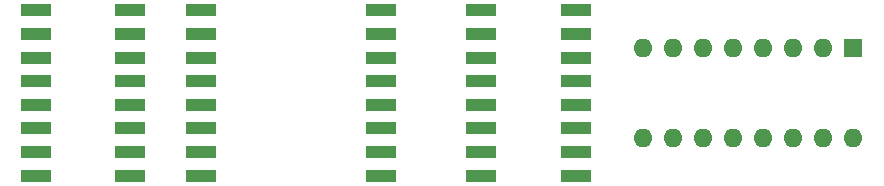
<source format=gbr>
G04 #@! TF.GenerationSoftware,KiCad,Pcbnew,(5.1.5)-3*
G04 #@! TF.CreationDate,2020-02-22T19:18:29-08:00*
G04 #@! TF.ProjectId,ESP07,45535030-372e-46b6-9963-61645f706362,rev?*
G04 #@! TF.SameCoordinates,Original*
G04 #@! TF.FileFunction,Soldermask,Top*
G04 #@! TF.FilePolarity,Negative*
%FSLAX46Y46*%
G04 Gerber Fmt 4.6, Leading zero omitted, Abs format (unit mm)*
G04 Created by KiCad (PCBNEW (5.1.5)-3) date 2020-02-22 19:18:29*
%MOMM*%
%LPD*%
G04 APERTURE LIST*
%ADD10O,1.600000X1.600000*%
%ADD11R,1.600000X1.600000*%
%ADD12R,2.500000X1.000000*%
G04 APERTURE END LIST*
D10*
X200279000Y-104114600D03*
X182499000Y-96494600D03*
X197739000Y-104114600D03*
X185039000Y-96494600D03*
X195199000Y-104114600D03*
X187579000Y-96494600D03*
X192659000Y-104114600D03*
X190119000Y-96494600D03*
X190119000Y-104114600D03*
X192659000Y-96494600D03*
X187579000Y-104114600D03*
X195199000Y-96494600D03*
X185039000Y-104114600D03*
X197739000Y-96494600D03*
X182499000Y-104114600D03*
D11*
X200279000Y-96494600D03*
D12*
X176754000Y-105297000D03*
X176754000Y-107297000D03*
X176754000Y-103297000D03*
X176754000Y-95297000D03*
X176754000Y-93297000D03*
X176754000Y-97297000D03*
X176754000Y-99297000D03*
X176754000Y-101297000D03*
X168754000Y-107297000D03*
X168754000Y-97297000D03*
X168754000Y-105297000D03*
X168754000Y-103297000D03*
X168754000Y-101297000D03*
X168754000Y-95297000D03*
X168754000Y-93297000D03*
X168754000Y-99297000D03*
X131054000Y-99297000D03*
X131054000Y-101297000D03*
X131054000Y-93297000D03*
X131054000Y-103297000D03*
X131054000Y-95297000D03*
X131054000Y-107297000D03*
X131054000Y-97297000D03*
X131054000Y-105297000D03*
X139054000Y-93297000D03*
X139054000Y-97297000D03*
X139054000Y-105297000D03*
X139054000Y-95297000D03*
X139054000Y-99297000D03*
X139054000Y-101297000D03*
X139054000Y-103297000D03*
X139054000Y-107297000D03*
X145054000Y-93297000D03*
X145054000Y-95297000D03*
X145054000Y-97297000D03*
X145054000Y-99297000D03*
X145054000Y-101297000D03*
X145054000Y-103297000D03*
X145054000Y-105297000D03*
X145054000Y-107297000D03*
X160254000Y-107297000D03*
X160254000Y-105297000D03*
X160254000Y-103297000D03*
X160254000Y-101297000D03*
X160254000Y-99297000D03*
X160254000Y-97297000D03*
X160254000Y-95297000D03*
X160254000Y-93297000D03*
M02*

</source>
